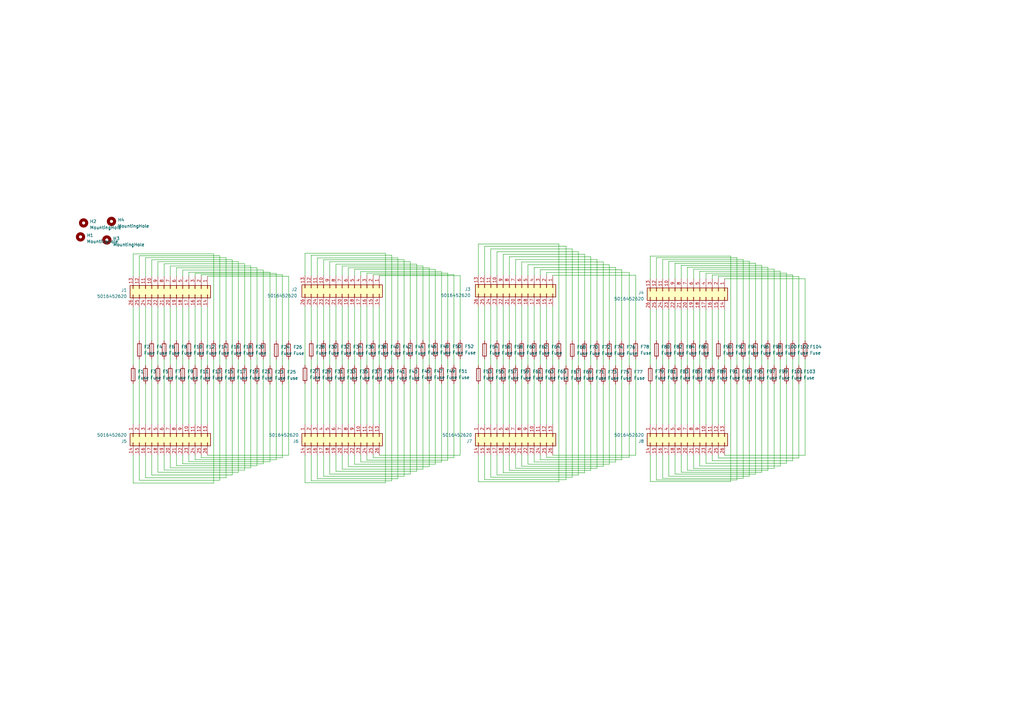
<source format=kicad_sch>
(kicad_sch (version 20230121) (generator eeschema)
  (paper "A3")
  (title_block (title "Cell Tap Fuses PCB") (date "2023-03-23") (rev "0") (company "USC Formula Electric"))
  (wire (pts (xy 320.04 111.252) (xy 320.04 139.7)))
  (wire (pts (xy 325.12 147.32) (xy 325.12 188.976)))
  (wire (pts (xy 247.396 157.607) (xy 247.396 191.262)))
  (wire (pts (xy 249.936 108.585) (xy 216.535 108.585)))
  (wire (pts (xy 150.495 188.722) (xy 150.495 186.69)))
  (wire (pts (xy 247.396 191.262) (xy 213.995 191.262)))
  (wire (pts (xy 97.79 193.675) (xy 64.77 193.675)))
  (wire (pts (xy 327.66 157.48) (xy 327.66 187.833)))
  (wire (pts (xy 232.156 196.723) (xy 198.755 196.723)))
  (wire (pts (xy 266.7 127) (xy 266.7 149.86)))
  (wire (pts (xy 249.936 190.373) (xy 216.535 190.373)))
  (wire (pts (xy 95.25 106.553) (xy 62.23 106.553)))
  (wire (pts (xy 153.035 112.649) (xy 153.035 113.03)))
  (wire (pts (xy 137.795 193.294) (xy 137.795 186.69)))
  (wire (pts (xy 292.1 127) (xy 292.1 149.86)))
  (wire (pts (xy 127.635 186.69) (xy 127.635 197.231)))
  (wire (pts (xy 297.18 157.48) (xy 297.18 173.99)))
  (wire (pts (xy 221.615 125.603) (xy 221.615 149.86)))
  (wire (pts (xy 74.93 110.744) (xy 74.93 113.284)))
  (wire (pts (xy 229.235 100.076) (xy 229.235 139.7)))
  (wire (pts (xy 107.95 110.744) (xy 74.93 110.744)))
  (wire (pts (xy 97.79 147.32) (xy 97.79 193.675)))
  (wire (pts (xy 168.275 107.315) (xy 168.275 139.573)))
  (wire (pts (xy 274.32 147.32) (xy 274.32 173.99)))
  (wire (pts (xy 211.455 157.48) (xy 211.455 173.99)))
  (wire (pts (xy 201.295 195.707) (xy 201.295 186.69)))
  (wire (pts (xy 307.34 107.188) (xy 307.34 149.86)))
  (wire (pts (xy 203.835 147.32) (xy 203.835 173.99)))
  (wire (pts (xy 229.235 197.612) (xy 196.215 197.612)))
  (wire (pts (xy 135.255 194.437) (xy 135.255 186.69)))
  (wire (pts (xy 287.02 157.48) (xy 287.02 173.99)))
  (wire (pts (xy 142.875 191.389) (xy 142.875 186.69)))
  (wire (pts (xy 118.364 186.69) (xy 85.09 186.69)))
  (wire (pts (xy 224.155 125.603) (xy 224.155 139.7)))
  (wire (pts (xy 57.15 104.902) (xy 57.15 113.284)))
  (wire (pts (xy 304.8 106.426) (xy 304.8 139.7)))
  (wire (pts (xy 307.34 195.326) (xy 274.32 195.326)))
  (wire (pts (xy 208.915 105.283) (xy 208.915 112.903)))
  (wire (pts (xy 137.795 147.32) (xy 137.795 173.99)))
  (wire (pts (xy 289.56 189.992) (xy 289.56 186.69)))
  (wire (pts (xy 226.695 157.48) (xy 226.695 173.99)))
  (wire (pts (xy 77.47 125.984) (xy 77.47 139.7)))
  (wire (pts (xy 176.022 157.353) (xy 176.022 191.389)))
  (wire (pts (xy 178.562 147.193) (xy 178.562 190.373)))
  (wire (pts (xy 90.17 104.902) (xy 57.15 104.902)))
  (wire (pts (xy 206.375 157.48) (xy 206.375 173.99)))
  (wire (pts (xy 62.23 106.553) (xy 62.23 113.284)))
  (wire (pts (xy 244.856 106.426) (xy 244.856 139.827)))
  (wire (pts (xy 127.635 104.648) (xy 127.635 113.03)))
  (wire (pts (xy 247.396 107.442) (xy 247.396 149.987)))
  (wire (pts (xy 85.09 125.984) (xy 85.09 149.86)))
  (wire (pts (xy 211.455 192.024) (xy 211.455 186.69)))
  (wire (pts (xy 309.88 147.32) (xy 309.88 194.437)))
  (wire (pts (xy 213.995 147.32) (xy 213.995 173.99)))
  (wire (pts (xy 281.94 109.601) (xy 281.94 114.3)))
  (wire (pts (xy 327.66 113.411) (xy 294.64 113.411)))
  (wire (pts (xy 304.8 196.215) (xy 271.78 196.215)))
  (wire (pts (xy 87.63 198.12) (xy 54.61 198.12)))
  (wire (pts (xy 320.04 147.32) (xy 320.04 191.135)))
  (wire (pts (xy 330.2 147.32) (xy 330.2 186.69)))
  (wire (pts (xy 158.115 197.993) (xy 125.095 197.993)))
  (wire (pts (xy 260.731 112.903) (xy 226.695 112.903)))
  (wire (pts (xy 173.482 192.405) (xy 140.335 192.405)))
  (wire (pts (xy 242.316 105.283) (xy 208.915 105.283)))
  (wire (pts (xy 232.156 157.607) (xy 232.156 196.723)))
  (wire (pts (xy 115.824 112.649) (xy 115.824 149.987)))
  (wire (pts (xy 289.56 127) (xy 289.56 139.7)))
  (wire (pts (xy 181.102 157.353) (xy 181.102 189.484)))
  (wire (pts (xy 137.795 108.331) (xy 137.795 113.03)))
  (wire (pts (xy 142.875 147.32) (xy 142.875 173.99)))
  (wire (pts (xy 127.635 125.73) (xy 127.635 139.7)))
  (wire (pts (xy 304.8 147.32) (xy 304.8 196.215)))
  (wire (pts (xy 82.55 112.649) (xy 82.55 113.284)))
  (wire (pts (xy 64.77 125.984) (xy 64.77 149.86)))
  (wire (pts (xy 299.72 147.32) (xy 299.72 197.485)))
  (wire (pts (xy 147.955 125.73) (xy 147.955 139.7)))
  (wire (pts (xy 158.115 147.32) (xy 158.115 197.993)))
  (wire (pts (xy 234.696 147.447) (xy 234.696 195.707)))
  (wire (pts (xy 160.655 104.648) (xy 127.635 104.648)))
  (wire (pts (xy 158.115 103.886) (xy 125.095 103.886)))
  (wire (pts (xy 118.364 113.284) (xy 118.364 139.827)))
  (wire (pts (xy 57.15 196.977) (xy 57.15 186.69)))
  (wire (pts (xy 312.42 193.675) (xy 279.4 193.675)))
  (wire (pts (xy 186.182 157.353) (xy 186.182 187.706)))
  (wire (pts (xy 219.075 147.32) (xy 219.075 173.99)))
  (wire (pts (xy 314.96 109.601) (xy 314.96 139.7)))
  (wire (pts (xy 196.215 197.612) (xy 196.215 186.69)))
  (wire (pts (xy 87.63 147.32) (xy 87.63 198.12)))
  (wire (pts (xy 183.642 147.193) (xy 183.642 188.722)))
  (wire (pts (xy 110.744 111.633) (xy 110.744 149.987)))
  (wire (pts (xy 170.942 193.294) (xy 137.795 193.294)))
  (wire (pts (xy 203.835 103.251) (xy 203.835 112.903)))
  (wire (pts (xy 237.236 157.607) (xy 237.236 194.818)))
  (wire (pts (xy 201.295 102.108) (xy 201.295 112.903)))
  (wire (pts (xy 77.47 111.633) (xy 77.47 113.284)))
  (wire (pts (xy 170.942 108.331) (xy 137.795 108.331)))
  (wire (pts (xy 274.32 195.326) (xy 274.32 186.69)))
  (wire (pts (xy 322.58 112.014) (xy 289.56 112.014)))
  (wire (pts (xy 125.095 103.886) (xy 125.095 113.03)))
  (wire (pts (xy 135.255 157.48) (xy 135.255 173.99)))
  (wire (pts (xy 294.64 127) (xy 294.64 139.7)))
  (wire (pts (xy 252.476 109.728) (xy 219.075 109.728)))
  (wire (pts (xy 54.61 104.14) (xy 54.61 113.284)))
  (wire (pts (xy 92.71 147.32) (xy 92.71 195.961)))
  (wire (pts (xy 260.731 112.903) (xy 260.731 139.7)))
  (wire (pts (xy 269.24 105.664) (xy 269.24 114.3)))
  (wire (pts (xy 279.4 108.839) (xy 279.4 114.3)))
  (wire (pts (xy 110.744 157.607) (xy 110.744 189.357)))
  (wire (pts (xy 234.696 195.707) (xy 201.295 195.707)))
  (wire (pts (xy 203.835 125.603) (xy 203.835 139.7)))
  (wire (pts (xy 59.69 195.961) (xy 59.69 186.69)))
  (wire (pts (xy 279.4 127) (xy 279.4 139.7)))
  (wire (pts (xy 90.17 104.902) (xy 90.17 149.86)))
  (wire (pts (xy 312.42 157.48) (xy 312.42 193.675)))
  (wire (pts (xy 320.04 111.252) (xy 287.02 111.252)))
  (wire (pts (xy 105.41 109.855) (xy 105.41 149.86)))
  (wire (pts (xy 242.316 157.607) (xy 242.316 192.913)))
  (wire (pts (xy 160.655 157.48) (xy 160.655 197.231)))
  (wire (pts (xy 178.562 110.49) (xy 145.415 110.49)))
  (wire (pts (xy 130.175 105.791) (xy 130.175 113.03)))
  (wire (pts (xy 188.722 186.69) (xy 155.575 186.69)))
  (wire (pts (xy 74.93 157.48) (xy 74.93 173.99)))
  (wire (pts (xy 274.32 127) (xy 274.32 139.7)))
  (wire (pts (xy 145.415 190.373) (xy 145.415 186.69)))
  (wire (pts (xy 211.455 125.603) (xy 211.455 149.86)))
  (wire (pts (xy 247.396 107.442) (xy 213.995 107.442)))
  (wire (pts (xy 208.915 125.603) (xy 208.915 139.7)))
  (wire (pts (xy 302.26 157.48) (xy 302.26 196.85)))
  (wire (pts (xy 287.02 111.252) (xy 287.02 114.3)))
  (wire (pts (xy 294.64 187.833) (xy 294.64 186.69)))
  (wire (pts (xy 113.284 188.595) (xy 80.01 188.595)))
  (wire (pts (xy 97.79 107.315) (xy 64.77 107.315)))
  (wire (pts (xy 160.655 104.648) (xy 160.655 149.86)))
  (wire (pts (xy 284.48 110.363) (xy 284.48 114.3)))
  (wire (pts (xy 244.856 147.447) (xy 244.856 192.024)))
  (wire (pts (xy 97.79 107.315) (xy 97.79 139.7)))
  (wire (pts (xy 276.86 107.95) (xy 276.86 114.3)))
  (wire (pts (xy 165.735 157.48) (xy 165.735 195.326)))
  (wire (pts (xy 92.71 105.664) (xy 59.69 105.664)))
  (wire (pts (xy 69.85 109.093) (xy 69.85 113.284)))
  (wire (pts (xy 279.4 147.32) (xy 279.4 173.99)))
  (wire (pts (xy 100.33 192.786) (xy 67.31 192.786)))
  (wire (pts (xy 95.25 157.48) (xy 95.25 194.818)))
  (wire (pts (xy 309.88 107.95) (xy 276.86 107.95)))
  (wire (pts (xy 276.86 157.48) (xy 276.86 173.99)))
  (wire (pts (xy 163.195 196.342) (xy 130.175 196.342)))
  (wire (pts (xy 213.995 107.442) (xy 213.995 112.903)))
  (wire (pts (xy 168.275 194.437) (xy 135.255 194.437)))
  (wire (pts (xy 118.364 147.447) (xy 118.364 186.69)))
  (wire (pts (xy 237.236 103.251) (xy 237.236 149.987)))
  (wire (pts (xy 330.2 114.3) (xy 297.18 114.3)))
  (wire (pts (xy 59.69 157.48) (xy 59.69 173.99)))
  (wire (pts (xy 153.035 147.32) (xy 153.035 173.99)))
  (wire (pts (xy 72.39 191.008) (xy 72.39 186.69)))
  (wire (pts (xy 255.016 110.617) (xy 255.016 139.827)))
  (wire (pts (xy 100.33 157.48) (xy 100.33 192.786)))
  (wire (pts (xy 176.022 109.855) (xy 176.022 149.733)))
  (wire (pts (xy 62.23 125.984) (xy 62.23 139.7)))
  (wire (pts (xy 252.476 109.728) (xy 252.476 149.987)) (stroke (width -39228.9728)))
  (wire (pts (xy 198.755 100.965) (xy 198.755 112.903)))
  (wire (pts (xy 82.55 187.706) (xy 82.55 186.69)))
  (wire (pts (xy 147.955 147.32) (xy 147.955 173.99)))
  (wire (pts (xy 183.642 112.014) (xy 150.495 112.014)))
  (wire (pts (xy 302.26 105.664) (xy 269.24 105.664)))
  (wire (pts (xy 249.936 108.585) (xy 249.936 139.827)))
  (wire (pts (xy 186.182 112.649) (xy 186.182 149.733)))
  (wire (pts (xy 224.155 187.579) (xy 224.155 186.69)))
  (wire (pts (xy 64.77 107.315) (xy 64.77 113.284)))
  (wire (pts (xy 125.095 157.353) (xy 125.095 173.99)))
  (wire (pts (xy 249.936 147.447) (xy 249.936 190.373)))
  (wire (pts (xy 150.495 125.73) (xy 150.495 149.86)))
  (wire (pts (xy 82.55 125.984) (xy 82.55 139.7)))
  (wire (pts (xy 92.71 195.961) (xy 59.69 195.961)))
  (wire (pts (xy 100.33 108.204) (xy 100.33 149.86)))
  (wire (pts (xy 260.731 147.32) (xy 260.731 186.69)) (stroke (width -39228.9728)))
  (wire (pts (xy 307.34 157.48) (xy 307.34 195.326)))
  (wire (pts (xy 132.715 147.32) (xy 132.715 173.99)))
  (wire (pts (xy 317.5 157.48) (xy 317.5 192.151)))
  (wire (pts (xy 266.7 157.48) (xy 266.7 173.99)))
  (wire (pts (xy 258.064 157.607) (xy 258.064 187.579)))
  (wire (pts (xy 102.87 109.093) (xy 102.87 139.7)))
  (wire (pts (xy 239.776 104.267) (xy 206.375 104.267)))
  (wire (pts (xy 54.61 125.984) (xy 54.61 149.86)))
  (wire (pts (xy 54.61 173.99) (xy 54.61 157.48)))
  (wire (pts (xy 219.075 109.728) (xy 219.075 112.903)))
  (wire (pts (xy 160.655 197.231) (xy 127.635 197.231)))
  (wire (pts (xy 173.482 109.093) (xy 173.482 139.573)))
  (wire (pts (xy 266.7 105.029) (xy 266.7 114.3)))
  (wire (pts (xy 125.095 125.73) (xy 125.095 149.733)))
  (wire (pts (xy 110.744 111.633) (xy 77.47 111.633)))
  (wire (pts (xy 244.856 192.024) (xy 211.455 192.024)))
  (wire (pts (xy 85.09 113.284) (xy 118.364 113.284)))
  (wire (pts (xy 80.01 112.141) (xy 80.01 113.284)))
  (wire (pts (xy 62.23 147.32) (xy 62.23 173.99)))
  (wire (pts (xy 183.642 188.722) (xy 150.495 188.722)))
  (wire (pts (xy 74.93 125.984) (xy 74.93 149.86)))
  (wire (pts (xy 281.94 127) (xy 281.94 149.86)))
  (wire (pts (xy 239.776 104.267) (xy 239.776 139.827)))
  (wire (pts (xy 140.335 157.48) (xy 140.335 173.99)))
  (wire (pts (xy 125.095 186.69) (xy 125.095 197.993)))
  (wire (pts (xy 322.58 112.014) (xy 322.58 149.86)))
  (wire (pts (xy 327.66 113.411) (xy 327.66 149.86)))
  (wire (pts (xy 314.96 147.32) (xy 314.96 192.913)))
  (wire (pts (xy 54.61 198.12) (xy 54.61 186.69)))
  (wire (pts (xy 130.175 157.48) (xy 130.175 173.99)))
  (wire (pts (xy 221.615 110.617) (xy 221.615 112.903)))
  (wire (pts (xy 276.86 194.437) (xy 276.86 186.69)))
  (wire (pts (xy 132.715 195.326) (xy 132.715 186.69)))
  (wire (pts (xy 269.24 127) (xy 269.24 139.7)))
  (wire (pts (xy 232.156 100.965) (xy 232.156 149.987)))
  (wire (pts (xy 62.23 194.818) (xy 62.23 186.69)))
  (wire (pts (xy 150.495 112.014) (xy 150.495 113.03)))
  (wire (pts (xy 260.731 186.69) (xy 226.695 186.69)))
  (wire (pts (xy 258.064 111.76) (xy 224.155 111.76)))
  (wire (pts (xy 59.69 105.664) (xy 59.69 113.284)))
  (wire (pts (xy 102.87 147.32) (xy 102.87 191.897)))
  (wire (pts (xy 252.476 189.484) (xy 219.075 189.484)))
  (wire (pts (xy 317.5 192.151) (xy 284.48 192.151)))
  (wire (pts (xy 135.255 125.73) (xy 135.255 149.86)))
  (wire (pts (xy 77.47 189.357) (xy 77.47 186.69)))
  (wire (pts (xy 269.24 196.85) (xy 269.24 186.69)))
  (wire (pts (xy 102.87 109.093) (xy 69.85 109.093)))
  (wire (pts (xy 77.47 147.32) (xy 77.47 173.99)))
  (wire (pts (xy 178.562 190.373) (xy 145.415 190.373)))
  (wire (pts (xy 266.7 197.485) (xy 266.7 186.69)))
  (wire (pts (xy 271.78 127) (xy 271.78 149.86)))
  (wire (pts (xy 132.715 106.553) (xy 132.715 113.03)))
  (wire (pts (xy 176.022 109.855) (xy 142.875 109.855)))
  (wire (pts (xy 186.182 187.706) (xy 153.035 187.706)))
  (wire (pts (xy 132.715 125.73) (xy 132.715 139.7)))
  (wire (pts (xy 299.72 105.029) (xy 299.72 139.7)))
  (wire (pts (xy 294.64 113.411) (xy 294.64 114.3)))
  (wire (pts (xy 69.85 125.984) (xy 69.85 149.86)))
  (wire (pts (xy 237.236 103.251) (xy 203.835 103.251)))
  (wire (pts (xy 90.17 196.977) (xy 57.15 196.977)))
  (wire (pts (xy 330.2 114.3) (xy 330.2 139.7)))
  (wire (pts (xy 284.48 192.151) (xy 284.48 186.69)))
  (wire (pts (xy 271.78 157.48) (xy 271.78 173.99)))
  (wire (pts (xy 325.12 112.776) (xy 292.1 112.776)))
  (wire (pts (xy 234.696 102.108) (xy 234.696 139.827)))
  (wire (pts (xy 216.535 108.585) (xy 216.535 112.903)))
  (wire (pts (xy 224.155 111.76) (xy 224.155 112.903)))
  (wire (pts (xy 206.375 125.603) (xy 206.375 149.86)))
  (wire (pts (xy 67.31 125.984) (xy 67.31 139.7)))
  (wire (pts (xy 216.535 157.48) (xy 216.535 173.99)))
  (wire (pts (xy 82.55 147.32) (xy 82.55 173.99)))
  (wire (pts (xy 74.93 190.246) (xy 74.93 186.69)))
  (wire (pts (xy 317.5 110.363) (xy 284.48 110.363)))
  (wire (pts (xy 57.15 147.32) (xy 57.15 173.99)))
  (wire (pts (xy 115.824 187.706) (xy 82.55 187.706)))
  (wire (pts (xy 213.995 125.603) (xy 213.995 139.7)))
  (wire (pts (xy 327.66 187.833) (xy 294.64 187.833)))
  (wire (pts (xy 299.72 197.485) (xy 266.7 197.485)))
  (wire (pts (xy 67.31 192.786) (xy 67.31 186.69)))
  (wire (pts (xy 64.77 193.675) (xy 64.77 186.69)))
  (wire (pts (xy 130.175 196.342) (xy 130.175 186.69)))
  (wire (pts (xy 242.316 192.913) (xy 208.915 192.913)))
  (wire (pts (xy 87.63 104.14) (xy 87.63 139.7)))
  (wire (pts (xy 284.48 127) (xy 284.48 139.7)))
  (wire (pts (xy 100.33 108.204) (xy 67.31 108.204)))
  (wire (pts (xy 312.42 108.839) (xy 312.42 149.86)))
  (wire (pts (xy 201.295 125.603) (xy 201.295 149.86)))
  (wire (pts (xy 173.482 109.093) (xy 140.335 109.093)))
  (wire (pts (xy 145.415 125.73) (xy 145.415 149.86)))
  (wire (pts (xy 284.48 147.32) (xy 284.48 173.99)))
  (wire (pts (xy 281.94 192.913) (xy 281.94 186.69)))
  (wire (pts (xy 147.955 111.379) (xy 147.955 113.03)))
  (wire (pts (xy 113.284 112.141) (xy 113.284 139.827)))
  (wire (pts (xy 299.72 105.029) (xy 266.7 105.029)))
  (wire (pts (xy 325.12 112.776) (xy 325.12 139.7)))
  (wire (pts (xy 165.735 195.326) (xy 132.715 195.326)))
  (wire (pts (xy 258.064 187.579) (xy 224.155 187.579)))
  (wire (pts (xy 127.635 147.32) (xy 127.635 173.99)))
  (wire (pts (xy 80.01 125.984) (xy 80.01 149.86)))
  (wire (pts (xy 274.32 107.188) (xy 274.32 114.3)))
  (wire (pts (xy 183.642 112.014) (xy 183.642 139.573)))
  (wire (pts (xy 317.5 110.363) (xy 317.5 149.86)))
  (wire (pts (xy 206.375 104.267) (xy 206.375 112.903)))
  (wire (pts (xy 255.016 110.617) (xy 221.615 110.617)))
  (wire (pts (xy 213.995 191.262) (xy 213.995 186.69)))
  (wire (pts (xy 163.195 105.791) (xy 163.195 139.7)))
  (wire (pts (xy 113.284 147.447) (xy 113.284 188.595)))
  (wire (pts (xy 85.09 157.48) (xy 85.09 173.99)))
  (wire (pts (xy 219.075 125.603) (xy 219.075 139.7)))
  (wire (pts (xy 320.04 191.135) (xy 287.02 191.135)))
  (wire (pts (xy 322.58 189.992) (xy 289.56 189.992)))
  (wire (pts (xy 67.31 108.204) (xy 67.31 113.284)))
  (wire (pts (xy 57.15 125.984) (xy 57.15 139.7)))
  (wire (pts (xy 69.85 191.897) (xy 69.85 186.69)))
  (wire (pts (xy 271.78 106.426) (xy 271.78 114.3)))
  (wire (pts (xy 330.2 186.69) (xy 297.18 186.69)))
  (wire (pts (xy 145.415 157.48) (xy 145.415 173.99)))
  (wire (pts (xy 297.18 127) (xy 297.18 149.86)))
  (wire (pts (xy 72.39 109.855) (xy 72.39 113.284)))
  (wire (pts (xy 216.535 190.373) (xy 216.535 186.69)))
  (wire (pts (xy 188.722 147.193) (xy 188.722 186.69)))
  (wire (pts (xy 271.78 196.215) (xy 271.78 186.69)))
  (wire (pts (xy 140.335 109.093) (xy 140.335 113.03)))
  (wire (pts (xy 211.455 106.426) (xy 211.455 112.903)))
  (wire (pts (xy 229.235 147.32) (xy 229.235 197.612)))
  (wire (pts (xy 67.31 147.32) (xy 67.31 173.99)))
  (wire (pts (xy 221.615 157.48) (xy 221.615 173.99)))
  (wire (pts (xy 142.875 125.73) (xy 142.875 139.7)))
  (wire (pts (xy 289.56 112.014) (xy 289.56 114.3)))
  (wire (pts (xy 142.875 109.855) (xy 142.875 113.03)))
  (wire (pts (xy 281.94 157.48) (xy 281.94 173.99)))
  (wire (pts (xy 181.102 189.484) (xy 147.955 189.484)))
  (wire (pts (xy 309.88 107.95) (xy 309.88 139.7)))
  (wire (pts (xy 173.482 147.193) (xy 173.482 192.405)))
  (wire (pts (xy 170.942 157.353) (xy 170.942 193.294)))
  (wire (pts (xy 147.955 186.69) (xy 147.955 189.484)))
  (wire (pts (xy 239.776 193.929) (xy 206.375 193.929)))
  (wire (pts (xy 137.795 125.73) (xy 137.795 139.7)))
  (wire (pts (xy 90.17 157.48) (xy 90.17 196.977)))
  (wire (pts (xy 188.722 113.03) (xy 188.722 139.573)))
  (wire (pts (xy 304.8 106.426) (xy 271.78 106.426)))
  (wire (pts (xy 208.915 147.32) (xy 208.915 173.99)))
  (wire (pts (xy 276.86 127) (xy 276.86 149.86)))
  (wire (pts (xy 325.12 188.976) (xy 292.1 188.976)))
  (wire (pts (xy 150.495 157.48) (xy 150.495 173.99)))
  (wire (pts (xy 92.71 105.664) (xy 92.71 139.7)))
  (wire (pts (xy 115.824 157.607) (xy 115.824 187.706)))
  (wire (pts (xy 287.02 127) (xy 287.02 149.86)))
  (wire (pts (xy 105.41 109.855) (xy 72.39 109.855)))
  (wire (pts (xy 198.755 147.32) (xy 198.755 173.99)))
  (wire (pts (xy 168.275 147.193) (xy 168.275 194.437)))
  (wire (pts (xy 107.95 190.246) (xy 74.93 190.246)))
  (wire (pts (xy 292.1 112.776) (xy 292.1 114.3)))
  (wire (pts (xy 163.195 105.791) (xy 130.175 105.791)))
  (wire (pts (xy 107.95 110.744) (xy 107.95 139.7)))
  (wire (pts (xy 224.155 147.32) (xy 224.155 173.99)))
  (wire (pts (xy 302.26 105.664) (xy 302.26 149.86)))
  (wire (pts (xy 237.236 194.818) (xy 203.835 194.818)))
  (wire (pts (xy 178.562 110.49) (xy 178.562 139.573)))
  (wire (pts (xy 309.88 194.437) (xy 276.86 194.437)))
  (wire (pts (xy 314.96 192.913) (xy 281.94 192.913)))
  (wire (pts (xy 201.295 157.48) (xy 201.295 173.99)))
  (wire (pts (xy 216.535 125.603) (xy 216.535 149.86)))
  (wire (pts (xy 206.375 193.929) (xy 206.375 186.69)))
  (wire (pts (xy 322.58 157.48) (xy 322.58 189.992)))
  (wire (pts (xy 314.96 109.601) (xy 281.94 109.601)))
  (wire (pts (xy 155.575 125.73) (xy 155.575 149.86)))
  (wire (pts (xy 135.255 107.315) (xy 135.255 113.03)))
  (wire (pts (xy 289.56 147.32) (xy 289.56 173.99)))
  (wire (pts (xy 145.415 110.49) (xy 145.415 113.03)))
  (wire (pts (xy 107.95 147.32) (xy 107.95 190.246)))
  (wire (pts (xy 87.63 104.14) (xy 54.61 104.14)))
  (wire (pts (xy 72.39 125.984) (xy 72.39 139.7)))
  (wire (pts (xy 102.87 191.897) (xy 69.85 191.897)))
  (wire (pts (xy 110.744 189.357) (xy 77.47 189.357)))
  (wire (pts (xy 140.335 125.73) (xy 140.335 149.86)))
  (wire (pts (xy 287.02 191.135) (xy 287.02 186.69)))
  (wire (pts (xy 115.824 112.649) (xy 82.55 112.649)))
  (wire (pts (xy 64.77 157.48) (xy 64.77 173.99)))
  (wire (pts (xy 242.316 105.283) (xy 242.316 149.987)))
  (wire (pts (xy 269.24 147.32) (xy 269.24 173.99)))
  (wire (pts (xy 113.284 112.141) (xy 80.01 112.141)))
  (wire (pts (xy 255.016 188.595) (xy 221.615 188.595)))
  (wire (pts (xy 229.235 100.076) (xy 196.215 100.076)))
  (wire (pts (xy 302.26 196.85) (xy 269.24 196.85)))
  (wire (pts (xy 176.022 191.389) (xy 142.875 191.389)))
  (wire (pts (xy 158.115 103.886) (xy 158.115 139.7)))
  (wire (pts (xy 239.776 147.447) (xy 239.776 193.929)))
  (wire (pts (xy 258.064 111.76) (xy 258.064 149.987)))
  (wire (pts (xy 219.075 189.484) (xy 219.075 186.69)))
  (wire (pts (xy 165.735 106.553) (xy 132.715 106.553)))
  (wire (pts (xy 307.34 107.188) (xy 274.32 107.188)))
  (wire (pts (xy 279.4 193.675) (xy 279.4 186.69)))
  (wire (pts (xy 198.755 196.723) (xy 198.755 186.69)))
  (wire (pts (xy 105.41 157.48) (xy 105.41 191.008)))
  (wire (pts (xy 95.25 194.818) (xy 62.23 194.818)))
  (wire (pts (xy 59.69 125.984) (xy 59.69 149.86)))
  (wire (pts (xy 155.575 113.03) (xy 188.722 113.03)))
  (wire (pts (xy 294.64 147.32) (xy 294.64 173.99)))
  (wire (pts (xy 80.01 157.48) (xy 80.01 173.99)))
  (wire (pts (xy 292.1 188.976) (xy 292.1 186.69)))
  (wire (pts (xy 208.915 192.913) (xy 208.915 186.69)))
  (wire (pts (xy 80.01 188.595) (xy 80.01 186.69)))
  (wire (pts (xy 252.476 157.607) (xy 252.476 189.484)))
  (wire (pts (xy 244.856 106.426) (xy 211.455 106.426)))
  (wire (pts (xy 69.85 157.48) (xy 69.85 173.99)))
  (wire (pts (xy 170.942 108.331) (xy 170.942 149.733)))
  (wire (pts (xy 198.755 125.603) (xy 198.755 139.7)))
  (wire (pts (xy 232.156 100.965) (xy 198.755 100.965)))
  (wire (pts (xy 105.41 191.008) (xy 72.39 191.008)))
  (wire (pts (xy 292.1 173.99) (xy 292.1 157.48)))
  (wire (pts (xy 234.696 102.108) (xy 201.295 102.108)))
  (wire (pts (xy 153.035 187.706) (xy 153.035 186.69)))
  (wire (pts (xy 153.035 125.73) (xy 153.035 139.7)))
  (wire (pts (xy 155.575 157.48) (xy 155.575 173.99)))
  (wire (pts (xy 196.215 125.603) (xy 196.215 149.86)))
  (wire (pts (xy 168.275 107.315) (xy 135.255 107.315)))
  (wire (pts (xy 312.42 108.839) (xy 279.4 108.839)))
  (wire (pts (xy 221.615 188.595) (xy 221.615 186.69)))
  (wire (pts (xy 163.195 147.32) (xy 163.195 196.342)))
  (wire (pts (xy 226.695 125.603) (xy 226.695 149.86)))
  (wire (pts (xy 203.835 194.818) (xy 203.835 186.69)))
  (wire (pts (xy 181.102 111.379) (xy 147.955 111.379)))
  (wire (pts (xy 196.215 157.48) (xy 196.215 173.99)))
  (wire (pts (xy 72.39 147.32) (xy 72.39 173.99)))
  (wire (pts (xy 196.215 100.076) (xy 196.215 112.903)))
  (wire (pts (xy 255.016 147.447) (xy 255.016 188.595)))
  (wire (pts (xy 130.175 125.73) (xy 130.175 149.86)))
  (wire (pts (xy 181.102 111.379) (xy 181.102 149.733)))
  (wire (pts (xy 165.735 106.553) (xy 165.735 149.86)))
  (wire (pts (xy 186.182 112.649) (xy 153.035 112.649)))
  (wire (pts (xy 140.335 192.405) (xy 140.335 186.69)))
  (wire (pts (xy 95.25 106.553) (xy 95.25 149.86)))
  (symbol (lib_id "Device:Fuse") (at 206.375 153.67 0) (unit 1)
    (property "Reference" "F57" (at 208.28 152.4 0) (effects (justify left)))
    (property "Value" "Fuse" (at 208.28 154.94 0) (effects (justify left)))
    (property "Footprint" "BK_PCS:FUSE_BK_PCS" (effects hide))
  )
  (symbol (lib_id "Device:Fuse") (at 322.58 153.67 0) (unit 1)
    (property "Reference" "F101" (at 324.485 152.4 0) (effects (justify left)))
    (property "Value" "Fuse" (at 324.485 154.94 0) (effects (justify left)))
    (property "Footprint" "BK_PCS:FUSE_BK_PCS" (effects hide))
  )
  (symbol (lib_id "Device:Fuse") (at 80.01 153.67 0) (unit 1)
    (property "Reference" "F11" (at 81.915 152.4 0) (effects (justify left)))
    (property "Value" "Fuse" (at 81.915 154.94 0) (effects (justify left)))
    (property "Footprint" "BK_PCS:FUSE_BK_PCS" (effects hide))
  )
  (symbol (lib_id "Device:Fuse") (at 216.535 153.67 0) (unit 1)
    (property "Reference" "F61" (at 218.44 152.4 0) (effects (justify left)))
    (property "Value" "Fuse" (at 218.44 154.94 0) (effects (justify left)))
    (property "Footprint" "BK_PCS:FUSE_BK_PCS" (effects hide))
  )
  (symbol (lib_id "Device:Fuse") (at 229.235 143.51 0) (unit 1)
    (property "Reference" "F66" (effects hide))
    (property "Value" "Fuse" (effects hide))
    (property "Footprint" "BK_PCS:FUSE_BK_PCS" (effects hide))
  )
  (symbol (lib_id "Device:Fuse") (at 107.95 143.51 0) (unit 1)
    (property "Reference" "F22" (effects hide))
    (property "Value" "Fuse" (effects hide))
    (property "Footprint" "BK_PCS:FUSE_BK_PCS" (effects hide))
  )
  (symbol (lib_id "Device:Fuse") (at 118.364 143.637 0) (unit 1)
    (property "Reference" "F26" (at 120.269 142.367 0) (effects (justify left)))
    (property "Value" "Fuse" (at 120.269 144.907 0) (effects (justify left)))
    (property "Footprint" "BK_PCS:FUSE_BK_PCS" (effects hide))
  )
  (symbol (lib_id "Device:Fuse") (at 137.795 143.51 0) (unit 1)
    (property "Reference" "F32" (at 139.7 142.24 0) (effects (justify left)))
    (property "Value" "Fuse" (at 139.7 144.78 0) (effects (justify left)))
    (property "Footprint" "BK_PCS:FUSE_BK_PCS" (effects hide))
  )
  (symbol (lib_id "Device:Fuse") (at 105.41 153.67 0) (unit 1)
    (property "Reference" "F21" (at 107.315 152.4 0) (effects (justify left)))
    (property "Value" "Fuse" (at 107.315 154.94 0) (effects (justify left)))
    (property "Footprint" "BK_PCS:FUSE_BK_PCS" (effects hide))
  )
  (symbol (lib_id "Device:Fuse") (at 237.236 153.797 0) (unit 1)
    (property "Reference" "F69" (at 239.141 152.527 0) (effects (justify left)))
    (property "Value" "Fuse" (at 239.141 155.067 0) (effects (justify left)))
    (property "Footprint" "BK_PCS:FUSE_BK_PCS" (effects hide))
  )
  (symbol (lib_id "Device:Fuse") (at 125.095 153.543 0) (unit 1)
    (property "Reference" "F27" (at 127 152.273 0) (effects (justify left)))
    (property "Value" "Fuse" (at 127 154.813 0) (effects (justify left)))
    (property "Footprint" "BK_PCS:FUSE_BK_PCS" (effects hide))
  )
  (symbol (lib_id "Device:Fuse") (at 170.942 153.543 0) (unit 1)
    (property "Reference" "F45" (at 172.847 152.273 0) (effects (justify left)))
    (property "Value" "Fuse" (at 172.847 154.813 0) (effects (justify left)))
    (property "Footprint" "BK_PCS:FUSE_BK_PCS" (effects hide))
  )
  (symbol (lib_id "Device:Fuse") (at 279.4 143.51 0) (unit 1)
    (property "Reference" "F84" (at 281.305 142.24 0) (effects (justify left)))
    (property "Value" "Fuse" (at 281.305 144.78 0) (effects (justify left)))
    (property "Footprint" "BK_PCS:FUSE_BK_PCS" (effects hide))
  )
  (symbol (lib_id "Device:Fuse") (at 309.88 143.51 0) (unit 1)
    (property "Reference" "F96" (at 311.785 142.24 0) (effects (justify left)))
    (property "Value" "Fuse" (at 311.785 144.78 0) (effects (justify left)))
    (property "Footprint" "BK_PCS:FUSE_BK_PCS" (effects hide))
  )
  (symbol (lib_id "Device:Fuse") (at 82.55 143.51 0) (unit 1)
    (property "Reference" "F12" (at 84.455 142.24 0) (effects (justify left)))
    (property "Value" "Fuse" (at 84.455 144.78 0) (effects (justify left)))
    (property "Footprint" "BK_PCS:FUSE_BK_PCS" (effects hide))
  )
  (symbol (lib_id "Device:Fuse") (at 297.18 153.67 0) (unit 1)
    (property "Reference" "F91" (at 299.085 152.4 0) (effects (justify left)))
    (property "Value" "Fuse" (at 299.085 154.94 0) (effects (justify left)))
    (property "Footprint" "BK_PCS:FUSE_BK_PCS" (effects hide))
  )
  (symbol (lib_id "Connector_Generic:Conn_02x13_Top_Bottom") (at 140.335 118.11 270) (unit 1)
    (property "Reference" "J2" (at 121.92 118.745 90) (effects (justify right)))
    (property "Value" "5016452620" (at 121.92 121.285 90) (effects (justify right)))
    (property "Footprint" "Connector_Molex:CON_5016452620_MOL" (effects hide))
  )
  (symbol (lib_id "Device:Fuse") (at 173.482 143.383 0) (unit 1)
    (property "Reference" "F46" (at 175.387 142.113 0) (effects (justify left)))
    (property "Value" "Fuse" (at 175.387 144.653 0) (effects (justify left)))
    (property "Footprint" "BK_PCS:FUSE_BK_PCS" (effects hide))
  )
  (symbol (lib_id "Device:Fuse") (at 59.69 153.67 0) (unit 1)
    (property "Reference" "F3" (at 61.595 152.4 0) (effects (justify left)))
    (property "Value" "Fuse" (at 61.595 154.94 0) (effects (justify left)))
    (property "Footprint" "BK_PCS:FUSE_BK_PCS" (effects hide))
  )
  (symbol (lib_id "Device:Fuse") (at 258.064 153.797 0) (unit 1)
    (property "Reference" "F77" (at 259.969 152.527 0) (effects (justify left)))
    (property "Value" "Fuse" (at 259.969 155.067 0) (effects (justify left)))
    (property "Footprint" "BK_PCS:FUSE_BK_PCS" (effects hide))
  )
  (symbol (lib_id "Device:Fuse") (at 287.02 153.67 0) (unit 1)
    (property "Reference" "F87" (at 288.925 152.4 0) (effects (justify left)))
    (property "Value" "Fuse" (at 288.925 154.94 0) (effects (justify left)))
    (property "Footprint" "BK_PCS:FUSE_BK_PCS" (effects hide))
  )
  (symbol (lib_id "Device:Fuse") (at 255.016 143.637 0) (unit 1)
    (property "Reference" "F76" (at 256.921 142.367 0) (effects (justify left)))
    (property "Value" "Fuse" (at 256.921 144.907 0) (effects (justify left)))
    (property "Footprint" "BK_PCS:FUSE_BK_PCS" (effects hide))
  )
  (symbol (lib_id "Device:Fuse") (at 284.48 143.51 0) (unit 1)
    (property "Reference" "F86" (at 286.385 142.24 0) (effects (justify left)))
    (property "Value" "Fuse" (at 286.385 144.78 0) (effects (justify left)))
    (property "Footprint" "BK_PCS:FUSE_BK_PCS" (effects hide))
  )
  (symbol (lib_id "Device:Fuse") (at 294.64 143.51 0) (unit 1)
    (property "Reference" "F90" (at 296.545 142.24 0) (effects (justify left)))
    (property "Value" "Fuse" (at 296.545 144.78 0) (effects (justify left)))
    (property "Footprint" "BK_PCS:FUSE_BK_PCS" (effects hide))
  )
  (symbol (lib_id "Device:Fuse") (at 67.31 143.51 0) (unit 1)
    (property "Reference" "F6" (at 69.215 142.24 0) (effects (justify left)))
    (property "Value" "Fuse" (at 69.215 144.78 0) (effects (justify left)))
    (property "Footprint" "BK_PCS:FUSE_BK_PCS" (effects hide))
  )
  (symbol (lib_id "Device:Fuse") (at 266.7 153.67 0) (unit 1)
    (property "Reference" "F79" (at 268.605 152.4 0) (effects (justify left)))
    (property "Value" "Fuse" (at 268.605 154.94 0) (effects (justify left)))
    (property "Footprint" "BK_PCS:FUSE_BK_PCS" (effects hide))
  )
  (symbol (lib_id "Device:Fuse") (at 226.695 153.67 0) (unit 1)
    (property "Reference" "F65" (at 228.6 152.4 0) (effects (justify left)))
    (property "Value" "Fuse" (at 228.6 154.94 0) (effects (justify left)))
    (property "Footprint" "BK_PCS:FUSE_BK_PCS" (effects hide))
  )
  (symbol (lib_id "Device:Fuse") (at 247.396 153.797 0) (unit 1)
    (property "Reference" "F73" (at 249.301 152.527 0) (effects (justify left)))
    (property "Value" "Fuse" (at 249.301 155.067 0) (effects (justify left)))
    (property "Footprint" "BK_PCS:FUSE_BK_PCS" (effects hide))
  )
  (symbol (lib_id "Device:Fuse") (at 57.15 143.51 0) (unit 1)
    (property "Reference" "F2" (at 59.055 142.24 0) (effects (justify left)))
    (property "Value" "Fuse" (at 59.055 144.78 0) (effects (justify left)))
    (property "Footprint" "BK_PCS:FUSE_BK_PCS" (effects hide))
  )
  (symbol (lib_id "Device:Fuse") (at 100.33 153.67 0) (unit 1)
    (property "Reference" "F19" (at 102.235 152.4 0) (effects (justify left)))
    (property "Value" "Fuse" (at 102.235 154.94 0) (effects (justify left)))
    (property "Footprint" "BK_PCS:FUSE_BK_PCS" (effects hide))
  )
  (symbol (lib_id "Device:Fuse") (at 302.26 153.67 0) (unit 1)
    (property "Reference" "F93" (at 304.165 152.4 0) (effects (justify left)))
    (property "Value" "Fuse" (at 304.165 154.94 0) (effects (justify left)))
    (property "Footprint" "BK_PCS:FUSE_BK_PCS" (effects hide))
  )
  (symbol (lib_id "Device:Fuse") (at 64.77 153.67 0) (unit 1)
    (property "Reference" "F5" (at 66.675 152.4 0) (effects (justify left)))
    (property "Value" "Fuse" (at 66.675 154.94 0) (effects (justify left)))
    (property "Footprint" "BK_PCS:FUSE_BK_PCS" (effects hide))
  )
  (symbol (lib_id "Device:Fuse") (at 115.824 153.797 0) (unit 1)
    (property "Reference" "F25" (at 117.729 152.527 0) (effects (justify left)))
    (property "Value" "Fuse" (at 117.729 155.067 0) (effects (justify left)))
    (property "Footprint" "BK_PCS:FUSE_BK_PCS" (effects hide))
  )
  (symbol (lib_id "Connector_Generic:Conn_02x13_Top_Bottom") (at 211.455 117.983 270) (unit 1)
    (property "Reference" "J3" (at 193.04 118.618 90) (effects (justify right)))
    (property "Value" "5016452620" (at 193.04 121.158 90) (effects (justify right)))
    (property "Footprint" "Connector_Molex:CON_5016452620_MOL" (effects hide))
  )
  (symbol (lib_id "Device:Fuse") (at 211.455 153.67 0) (unit 1)
    (property "Reference" "F59" (at 213.36 152.4 0) (effects (justify left)))
    (property "Value" "Fuse" (at 213.36 154.94 0) (effects (justify left)))
    (property "Footprint" "BK_PCS:FUSE_BK_PCS" (effects hide))
  )
  (symbol (lib_id "Device:Fuse") (at 92.71 143.51 0) (unit 1)
    (property "Reference" "F16" (at 94.615 142.24 0) (effects (justify left)))
    (property "Value" "Fuse" (at 94.615 144.78 0) (effects (justify left)))
    (property "Footprint" "BK_PCS:FUSE_BK_PCS" (effects hide))
  )
  (symbol (lib_id "Device:Fuse") (at 183.642 143.383 0) (unit 1)
    (property "Reference" "F50" (at 185.547 142.113 0) (effects (justify left)))
    (property "Value" "Fuse" (at 185.547 144.653 0) (effects (justify left)))
    (property "Footprint" "BK_PCS:FUSE_BK_PCS" (effects hide))
  )
  (symbol (lib_id "Device:Fuse") (at 252.476 153.797 0) (unit 1)
    (property "Reference" "F75" (at 254.381 152.527 0) (effects (justify left)))
    (property "Value" "Fuse" (at 254.381 155.067 0) (effects (justify left)))
    (property "Footprint" "BK_PCS:FUSE_BK_PCS" (effects hide))
  )
  (symbol (lib_id "Device:Fuse") (at 196.215 153.67 0) (unit 1)
    (property "Reference" "F53" (at 198.12 152.4 0) (effects (justify left)))
    (property "Value" "Fuse" (at 198.12 154.94 0) (effects (justify left)))
    (property "Footprint" "BK_PCS:FUSE_BK_PCS" (effects hide))
  )
  (symbol (lib_id "Device:Fuse") (at 178.562 143.383 0) (unit 1)
    (property "Reference" "F48" (at 180.467 142.113 0) (effects (justify left)))
    (property "Value" "Fuse" (at 180.467 144.653 0) (effects (justify left)))
    (property "Footprint" "BK_PCS:FUSE_BK_PCS" (effects hide))
  )
  (symbol (lib_id "Device:Fuse") (at 289.56 143.51 0) (unit 1)
    (property "Reference" "F88" (effects hide))
    (property "Value" "Fuse" (effects hide))
    (property "Footprint" "BK_PCS:FUSE_BK_PCS" (effects hide))
  )
  (symbol (lib_id "Device:Fuse") (at 232.156 153.797 0) (unit 1)
    (property "Reference" "F67" (at 234.061 152.527 0) (effects (justify left)))
    (property "Value" "Fuse" (at 234.061 155.067 0) (effects (justify left)))
    (property "Footprint" "BK_PCS:FUSE_BK_PCS" (effects hide))
  )
  (symbol (lib_id "Device:Fuse") (at 299.72 143.51 0) (unit 1)
    (property "Reference" "F92" (at 301.625 142.24 0) (effects (justify left)))
    (property "Value" "Fuse" (at 301.625 144.78 0) (effects (justify left)))
    (property "Footprint" "BK_PCS:FUSE_BK_PCS" (effects hide))
  )
  (symbol (lib_id "Device:Fuse") (at 271.78 153.67 0) (unit 1)
    (property "Reference" "F81" (at 273.685 152.4 0) (effects (justify left)))
    (property "Value" "Fuse" (at 273.685 154.94 0) (effects (justify left)))
    (property "Footprint" "BK_PCS:FUSE_BK_PCS" (effects hide))
  )
  (symbol (lib_id "Device:Fuse") (at 176.022 153.543 0) (unit 1)
    (property "Reference" "F47" (at 177.927 152.273 0) (effects (justify left)))
    (property "Value" "Fuse" (at 177.927 154.813 0) (effects (justify left)))
    (property "Footprint" "BK_PCS:FUSE_BK_PCS" (effects hide))
  )
  (symbol (lib_id "Connector_Generic:Conn_02x13_Top_Bottom") (at 69.85 179.07 90) (mirror x) (unit 1)
    (property "Reference" "J5" (at 52.07 180.975 90) (effects (justify left)))
    (property "Value" "5016452620" (at 52.07 178.435 90) (effects (justify left)))
    (property "Footprint" "Connector_Molex:CON_5016452620_MOL" (effects hide))
  )
  (symbol (lib_id "Device:Fuse") (at 317.5 153.67 0) (unit 1)
    (property "Reference" "F99" (at 319.405 152.4 0) (effects (justify left)))
    (property "Value" "Fuse" (at 319.405 154.94 0) (effects (justify left)))
    (property "Footprint" "BK_PCS:FUSE_BK_PCS" (effects hide))
  )
  (symbol (lib_id "Device:Fuse") (at 249.936 143.637 0) (unit 1)
    (property "Reference" "F74" (at 251.841 142.367 0) (effects (justify left)))
    (property "Value" "Fuse" (at 251.841 144.907 0) (effects (justify left)))
    (property "Footprint" "BK_PCS:FUSE_BK_PCS" (effects hide))
  )
  (symbol (lib_id "Device:Fuse") (at 145.415 153.67 0) (unit 1)
    (property "Reference" "F35" (at 147.32 152.4 0) (effects (justify left)))
    (property "Value" "Fuse" (at 147.32 154.94 0) (effects (justify left)))
    (property "Footprint" "BK_PCS:FUSE_BK_PCS" (effects hide))
  )
  (symbol (lib_id "Connector_Generic:Conn_02x13_Top_Bottom") (at 140.335 179.07 90) (mirror x) (unit 1)
    (property "Reference" "J6" (at 122.555 180.975 90) (effects (justify left)))
    (property "Value" "5016452620" (at 122.555 178.435 90) (effects (justify left)))
    (property "Footprint" "Connector_Molex:CON_5016452620_MOL" (effects hide))
  )
  (symbol (lib_id "Connector_Generic:Conn_02x13_Top_Bottom") (at 69.85 118.364 270) (unit 1)
    (property "Reference" "J1" (at 52.07 118.999 90) (effects (justify right)))
    (property "Value" "5016452620" (at 52.07 121.539 90) (effects (justify right)))
    (property "Footprint" "Connector_Molex:CON_5016452620_MOL" (effects hide))
  )
  (symbol (lib_id "Device:Fuse") (at 201.295 153.67 0) (unit 1)
    (property "Reference" "F55" (at 203.2 152.4 0) (effects (justify left)))
    (property "Value" "Fuse" (at 203.2 154.94 0) (effects (justify left)))
    (property "Footprint" "BK_PCS:FUSE_BK_PCS" (effects hide))
  )
  (symbol (lib_id "Device:Fuse") (at 90.17 153.67 0) (unit 1)
    (property "Reference" "F15" (at 92.075 152.4 0) (effects (justify left)))
    (property "Value" "Fuse" (at 92.075 154.94 0) (effects (justify left)))
    (property "Footprint" "BK_PCS:FUSE_BK_PCS" (effects hide))
  )
  (symbol (lib_id "Device:Fuse") (at 69.85 153.67 0) (unit 1)
    (property "Reference" "F7" (at 71.755 152.4 0) (effects (justify left)))
    (property "Value" "Fuse" (at 71.755 154.94 0) (effects (justify left)))
    (property "Footprint" "BK_PCS:FUSE_BK_PCS" (effects hide))
  )
  (symbol (lib_id "Device:Fuse") (at 150.495 153.67 0) (unit 1)
    (property "Reference" "F37" (at 152.4 152.4 0) (effects (justify left)))
    (property "Value" "Fuse" (at 152.4 154.94 0) (effects (justify left)))
    (property "Footprint" "BK_PCS:FUSE_BK_PCS" (effects hide))
  )
  (symbol (lib_id "Device:Fuse") (at 147.955 143.51 0) (unit 1)
    (property "Reference" "F36" (at 149.86 142.24 0) (effects (justify left)))
    (property "Value" "Fuse" (at 149.86 144.78 0) (effects (justify left)))
    (property "Footprint" "BK_PCS:FUSE_BK_PCS" (effects hide))
  )
  (symbol (lib_id "Device:Fuse") (at 186.182 153.543 0) (unit 1)
    (property "Reference" "F51" (at 188.087 152.273 0) (effects (justify left)))
    (property "Value" "Fuse" (at 188.087 154.813 0) (effects (justify left)))
    (property "Footprint" "BK_PCS:FUSE_BK_PCS" (effects hide))
  )
  (symbol (lib_id "Device:Fuse") (at 327.66 153.67 0) (unit 1)
    (property "Reference" "F103" (at 329.565 152.4 0) (effects (justify left)))
    (property "Value" "Fuse" (at 329.565 154.94 0) (effects (justify left)))
    (property "Footprint" "BK_PCS:FUSE_BK_PCS" (effects hide))
  )
  (symbol (lib_id "Device:Fuse") (at 181.102 153.543 0) (unit 1)
    (property "Reference" "F49" (at 183.007 152.273 0) (effects (justify left)))
    (property "Value" "Fuse" (at 183.007 154.813 0) (effects (justify left)))
    (property "Footprint" "BK_PCS:FUSE_BK_PCS" (effects hide))
  )
  (symbol (lib_id "Device:Fuse") (at 304.8 143.51 0) (unit 1)
    (property "Reference" "F94" (at 306.705 142.24 0) (effects (justify left)))
    (property "Value" "Fuse" (at 306.705 144.78 0) (effects (justify left)))
    (property "Footprint" "BK_PCS:FUSE_BK_PCS" (effects hide))
  )
  (symbol (lib_id "Device:Fuse") (at 95.25 153.67 0) (unit 1)
    (property "Reference" "F17" (at 97.155 152.4 0) (effects (justify left)))
    (property "Value" "Fuse" (at 97.155 154.94 0) (effects (justify left)))
    (property "Footprint" "BK_PCS:FUSE_BK_PCS" (effects hide))
  )
  (symbol (lib_id "Device:Fuse") (at 142.875 143.51 0) (unit 1)
    (property "Reference" "F34" (at 144.78 142.24 0) (effects (justify left)))
    (property "Value" "Fuse" (at 144.78 144.78 0) (effects (justify left)))
    (property "Footprint" "BK_PCS:FUSE_BK_PCS" (effects hide))
  )
  (symbol (lib_id "Device:Fuse") (at 102.87 143.51 0) (unit 1)
    (property "Reference" "F20" (at 104.775 142.24 0) (effects (justify left)))
    (property "Value" "Fuse" (at 104.775 144.78 0) (effects (justify left)))
    (property "Footprint" "BK_PCS:FUSE_BK_PCS" (effects hide))
  )
  (symbol (lib_id "Device:Fuse") (at 269.24 143.51 0) (unit 1)
    (property "Reference" "F80" (at 271.145 142.24 0) (effects (justify left)))
    (property "Value" "Fuse" (at 271.145 144.78 0) (effects (justify left)))
    (property "Footprint" "BK_PCS:FUSE_BK_PCS" (effects hide))
  )
  (symbol (lib_id "Connector_Generic:Conn_02x13_Top_Bottom") (at 281.94 179.07 90) (mirror x) (unit 1)
    (property "Reference" "J8" (at 264.16 180.975 90) (effects (justify left)))
    (property "Value" "5016452620" (at 264.16 178.435 90) (effects (justify left)))
    (property "Footprint" "Connector_Molex:CON_5016452620_MOL" (effects hide))
  )
  (symbol (lib_id "Mechanical:MountingHole") (at 45.72 90.805 0) (unit 1)
    (property "Reference" "H4" (at 48.26 90.17 0) (effects (justify left)))
    (property "Value" "MountingHole" (at 48.26 92.71 0) (effects (justify left)))
  )
  (symbol (lib_id "Device:Fuse") (at 158.115 143.51 0) (unit 1)
    (property "Reference" "F40" (at 160.02 142.24 0) (effects (justify left)))
    (property "Value" "Fuse" (at 160.02 144.78 0) (effects (justify left)))
    (property "Footprint" "BK_PCS:FUSE_BK_PCS" (effects hide))
  )
  (symbol (lib_id "Device:Fuse") (at 77.47 143.51 0) (unit 1)
    (property "Reference" "F10" (at 79.375 142.24 0) (effects (justify left)))
    (property "Value" "Fuse" (at 79.375 144.78 0) (effects (justify left)))
    (property "Footprint" "BK_PCS:FUSE_BK_PCS" (effects hide))
  )
  (symbol (lib_id "Device:Fuse") (at 160.655 153.67 0) (unit 1)
    (property "Reference" "F41" (at 162.56 152.4 0) (effects (justify left)))
    (property "Value" "Fuse" (at 162.56 154.94 0) (effects (justify left)))
    (property "Footprint" "BK_PCS:FUSE_BK_PCS" (effects hide))
  )
  (symbol (lib_id "Device:Fuse") (at 163.195 143.51 0) (unit 1)
    (property "Reference" "F42" (at 165.1 142.24 0) (effects (justify left)))
    (property "Value" "Fuse" (at 165.1 144.78 0) (effects (justify left)))
    (property "Footprint" "BK_PCS:FUSE_BK_PCS" (effects hide))
  )
  (symbol (lib_id "Connector_Generic:Conn_02x13_Top_Bottom") (at 281.94 119.38 270) (unit 1)
    (property "Reference" "J4" (at 264.16 120.015 90) (effects (justify right)))
    (property "Value" "5016452620" (at 264.16 122.555 90) (effects (justify right)))
    (property "Footprint" "Connector_Molex:CON_5016452620_MOL" (effects hide))
  )
  (symbol (lib_id "Device:Fuse") (at 188.722 143.383 0) (unit 1)
    (property "Reference" "F52" (at 190.627 142.113 0) (effects (justify left)))
    (property "Value" "Fuse" (at 190.627 144.653 0) (effects (justify left)))
    (property "Footprint" "BK_PCS:FUSE_BK_PCS" (effects hide))
  )
  (symbol (lib_id "Device:Fuse") (at 307.34 153.67 0) (unit 1)
    (property "Reference" "F95" (at 309.245 152.4 0) (effects (justify left)))
    (property "Value" "Fuse" (at 309.245 154.94 0) (effects (justify left)))
    (property "Footprint" "BK_PCS:FUSE_BK_PCS" (effects hide))
  )
  (symbol (lib_id "Device:Fuse") (at 325.12 143.51 0) (unit 1)
    (property "Reference" "F102" (at 327.025 142.24 0) (effects (justify left)))
    (property "Value" "Fuse" (at 327.025 144.78 0) (effects (justify left)))
    (property "Footprint" "BK_PCS:FUSE_BK_PCS" (effects hide))
  )
  (symbol (lib_id "Device:Fuse") (at 85.09 153.67 0) (unit 1)
    (property "Reference" "F13" (at 86.995 152.4 0) (effects (justify left)))
    (property "Value" "Fuse" (at 86.995 154.94 0) (effects (justify left)))
    (property "Footprint" "BK_PCS:FUSE_BK_PCS" (effects hide))
  )
  (symbol (lib_id "Device:Fuse") (at 135.255 153.67 0) (unit 1)
    (property "Reference" "F31" (at 137.16 152.4 0) (effects (justify left)))
    (property "Value" "Fuse" (at 137.16 154.94 0) (effects (justify left)))
    (property "Footprint" "BK_PCS:FUSE_BK_PCS" (effects hide))
  )
  (symbol (lib_id "Device:Fuse") (at 221.615 153.67 0) (unit 1)
    (property "Reference" "F63" (at 223.52 152.4 0) (effects (justify left)))
    (property "Value" "Fuse" (at 223.52 154.94 0) (effects (justify left)))
    (property "Footprint" "BK_PCS:FUSE_BK_PCS" (effects hide))
  )
  (symbol (lib_id "Device:Fuse") (at 113.284 143.637 0) (unit 1)
    (property "Reference" "F24" (at 115.189 142.367 0) (effects (justify left)))
    (property "Value" "Fuse" (at 115.189 144.907 0) (effects (justify left)))
    (property "Footprint" "BK_PCS:FUSE_BK_PCS" (effects hide))
  )
  (symbol (lib_id "Device:Fuse") (at 132.715 143.51 0) (unit 1)
    (property "Reference" "F30" (at 134.62 142.24 0) (effects (justify left)))
    (property "Value" "Fuse" (at 134.62 144.78 0) (effects (justify left)))
    (property "Footprint" "BK_PCS:FUSE_BK_PCS" (effects hide))
  )
  (symbol (lib_id "Device:Fuse") (at 54.61 153.67 0) (unit 1)
    (property "Reference" "F1" (at 56.515 152.4 0) (effects (justify left)))
    (property "Value" "Fuse" (at 56.515 154.94 0) (effects (justify left)))
    (property "Footprint" "BK_PCS:FUSE_BK_PCS" (effects hide))
  )
  (symbol (lib_id "Device:Fuse") (at 87.63 143.51 0) (unit 1)
    (property "Reference" "F14" (at 89.535 142.24 0) (effects (justify left)))
    (property "Value" "Fuse" (at 89.535 144.78 0) (effects (justify left)))
    (property "Footprint" "BK_PCS:FUSE_BK_PCS" (effects hide))
  )
  (symbol (lib_id "Device:Fuse") (at 203.835 143.51 0) (unit 1)
    (property "Reference" "F56" (at 205.74 142.24 0) (effects (justify left)))
    (property "Value" "Fuse" (at 205.74 144.78 0) (effects (justify left)))
    (property "Footprint" "BK_PCS:FUSE_BK_PCS" (effects hide))
  )
  (symbol (lib_id "Mechanical:MountingHole") (at 43.815 98.425 0) (unit 1)
    (property "Reference" "H3" (at 46.355 97.79 0) (effects (justify left)))
    (property "Value" "MountingHole" (at 46.355 100.33 0) (effects (justify left)))
  )
  (symbol (lib_id "Mechanical:MountingHole") (at 34.29 91.44 0) (unit 1)
    (property "Reference" "H2" (at 36.83 90.805 0) (effects (justify left)))
    (property "Value" "MountingHole" (at 36.83 93.345 0) (effects (justify left)))
  )
  (symbol (lib_id "Device:Fuse") (at 219.075 143.51 0) (unit 1)
    (property "Reference" "F62" (at 220.98 142.24 0) (effects (justify left)))
    (property "Value" "Fuse" (at 220.98 144.78 0) (effects (justify left)))
    (property "Footprint" "BK_PCS:FUSE_BK_PCS" (effects hide))
  )
  (symbol (lib_id "Device:Fuse") (at 244.856 143.637 0) (unit 1)
    (property "Reference" "F72" (at 246.761 142.367 0) (effects (justify left)))
    (property "Value" "Fuse" (at 246.761 144.907 0) (effects (justify left)))
    (property "Footprint" "BK_PCS:FUSE_BK_PCS" (effects hide))
  )
  (symbol (lib_id "Mechanical:MountingHole") (at 33.02 97.155 0) (unit 1)
    (property "Reference" "H1" (at 35.56 96.52 0) (effects (justify left)))
    (property "Value" "MountingHole" (at 35.56 99.06 0) (effects (justify left)))
  )
  (symbol (lib_id "Device:Fuse") (at 198.755 143.51 0) (unit 1)
    (property "Reference" "F54" (at 200.66 142.24 0) (effects (justify left)))
    (property "Value" "Fuse" (at 200.66 144.78 0) (effects (justify left)))
    (property "Footprint" "BK_PCS:FUSE_BK_PCS" (effects hide))
  )
  (symbol (lib_id "Device:Fuse") (at 330.2 143.51 0) (unit 1)
    (property "Reference" "F104" (at 332.105 142.24 0) (effects (justify left)))
    (property "Value" "Fuse" (at 332.105 144.78 0) (effects (justify left)))
    (property "Footprint" "BK_PCS:FUSE_BK_PCS" (effects hide))
  )
  (symbol (lib_id "Device:Fuse") (at 314.96 143.51 0) (unit 1)
    (property "Reference" "F98" (at 316.865 142.24 0) (effects (justify left)))
    (property "Value" "Fuse" (at 316.865 144.78 0) (effects (justify left)))
    (property "Footprint" "BK_PCS:FUSE_BK_PCS" (effects hide))
  )
  (symbol (lib_id "Device:Fuse") (at 74.93 153.67 0) (unit 1)
    (property "Reference" "F9" (at 76.835 152.4 0) (effects (justify left)))
    (property "Value" "Fuse" (at 76.835 154.94 0) (effects (justify left)))
    (property "Footprint" "BK_PCS:FUSE_BK_PCS" (effects hide))
  )
  (symbol (lib_id "Device:Fuse") (at 213.995 143.51 0) (unit 1)
    (property "Reference" "F60" (at 215.9 142.24 0) (effects (justify left)))
    (property "Value" "Fuse" (at 215.9 144.78 0) (effects (justify left)))
    (property "Footprint" "BK_PCS:FUSE_BK_PCS" (effects hide))
  )
  (symbol (lib_id "Device:Fuse") (at 130.175 153.67 0) (unit 1)
    (property "Reference" "F29" (at 132.08 152.4 0) (effects (justify left)))
    (property "Value" "Fuse" (at 132.08 154.94 0) (effects (justify left)))
    (property "Footprint" "BK_PCS:FUSE_BK_PCS" (effects hide))
  )
  (symbol (lib_id "Device:Fuse") (at 320.04 143.51 0) (unit 1)
    (property "Reference" "F100" (at 321.945 142.24 0) (effects (justify left)))
    (property "Value" "Fuse" (at 321.945 144.78 0) (effects (justify left)))
    (property "Footprint" "BK_PCS:FUSE_BK_PCS" (effects hide))
  )
  (symbol (lib_id "Connector_Generic:Conn_02x13_Top_Bottom") (at 211.455 179.07 90) (mirror x) (unit 1)
    (property "Reference" "J7" (at 193.675 180.975 90) (effects (justify left)))
    (property "Value" "5016452620" (at 193.675 178.435 90) (effects (justify left)))
    (property "Footprint" "Connector_Molex:CON_5016452620_MOL" (effects hide))
  )
  (symbol (lib_id "Device:Fuse") (at 276.86 153.67 0) (unit 1)
    (property "Reference" "F83" (at 278.765 152.4 0) (effects (justify left)))
    (property "Value" "Fuse" (at 278.765 154.94 0) (effects (justify left)))
    (property "Footprint" "BK_PCS:FUSE_BK_PCS" (effects hide))
  )
  (symbol (lib_id "Device:Fuse") (at 208.915 143.51 0) (unit 1)
    (property "Reference" "F58" (at 210.82 142.24 0) (effects (justify left)))
    (property "Value" "Fuse" (at 210.82 144.78 0) (effects (justify left)))
    (property "Footprint" "BK_PCS:FUSE_BK_PCS" (effects hide))
  )
  (symbol (lib_id "Device:Fuse") (at 234.696 143.637 0) (unit 1)
    (property "Reference" "F68" (at 236.601 142.367 0) (effects (justify left)))
    (property "Value" "Fuse" (at 236.601 144.907 0) (effects (justify left)))
    (property "Footprint" "BK_PCS:FUSE_BK_PCS" (effects hide))
  )
  (symbol (lib_id "Device:Fuse") (at 312.42 153.67 0) (unit 1)
    (property "Reference" "F97" (at 314.325 152.4 0) (effects (justify left)))
    (property "Value" "Fuse" (at 314.325 154.94 0) (effects (justify left)))
    (property "Footprint" "BK_PCS:FUSE_BK_PCS" (effects hide))
  )
  (symbol (lib_id "Device:Fuse") (at 274.32 143.51 0) (unit 1)
    (property "Reference" "F82" (at 276.225 142.24 0) (effects (justify left)))
    (property "Value" "Fuse" (at 276.225 144.78 0) (effects (justify left)))
    (property "Footprint" "BK_PCS:FUSE_BK_PCS" (effects hide))
  )
  (symbol (lib_id "Device:Fuse") (at 110.744 153.797 0) (unit 1)
    (property "Reference" "F23" (at 112.649 152.527 0) (effects (justify left)))
    (property "Value" "Fuse" (at 112.649 155.067 0) (effects (justify left)))
    (property "Footprint" "BK_PCS:FUSE_BK_PCS" (effects hide))
  )
  (symbol (lib_id "Device:Fuse") (at 153.035 143.51 0) (unit 1)
    (property "Reference" "F38" (at 154.94 142.24 0) (effects (justify left)))
    (property "Value" "Fuse" (at 154.94 144.78 0) (effects (justify left)))
    (property "Footprint" "BK_PCS:FUSE_BK_PCS" (effects hide))
  )
  (symbol (lib_id "Device:Fuse") (at 97.79 143.51 0) (unit 1)
    (property "Reference" "F18" (at 99.695 142.24 0) (effects (justify left)))
    (property "Value" "Fuse" (at 99.695 144.78 0) (effects (justify left)))
    (property "Footprint" "BK_PCS:FUSE_BK_PCS" (effects hide))
  )
  (symbol (lib_id "Device:Fuse") (at 292.1 153.67 0) (unit 1)
    (property "Reference" "F89" (at 294.005 152.4 0) (effects (justify left)))
    (property "Value" "Fuse" (at 294.005 154.94 0) (effects (justify left)))
    (property "Footprint" "BK_PCS:FUSE_BK_PCS" (effects hide))
  )
  (symbol (lib_id "Device:Fuse") (at 224.155 143.51 0) (unit 1)
    (property "Reference" "F64" (at 226.06 142.24 0) (effects (justify left)))
    (property "Value" "Fuse" (at 226.06 144.78 0) (effects (justify left)))
    (property "Footprint" "BK_PCS:FUSE_BK_PCS" (effects hide))
  )
  (symbol (lib_id "Device:Fuse") (at 260.731 143.51 0) (unit 1)
    (property "Reference" "F78" (at 262.636 142.24 0) (effects (justify left)))
    (property "Value" "Fuse" (at 262.636 144.78 0) (effects (justify left)))
    (property "Footprint" "BK_PCS:FUSE_BK_PCS" (effects hide))
  )
  (symbol (lib_id "Device:Fuse") (at 281.94 153.67 0) (unit 1)
    (property "Reference" "F85" (at 283.845 152.4 0) (effects (justify left)))
    (property "Value" "Fuse" (at 283.845 154.94 0) (effects (justify left)))
    (property "Footprint" "BK_PCS:FUSE_BK_PCS" (effects hide))
  )
  (symbol (lib_id "Device:Fuse") (at 62.23 143.51 0) (unit 1)
    (property "Reference" "F4" (at 64.135 142.24 0) (effects (justify left)))
    (property "Value" "Fuse" (at 64.135 144.78 0) (effects (justify left)))
    (property "Footprint" "BK_PCS:FUSE_BK_PCS" (effects hide))
  )
  (symbol (lib_id "Device:Fuse") (at 242.316 153.797 0) (unit 1)
    (property "Reference" "F71" (at 244.221 152.527 0) (effects (justify left)))
    (property "Value" "Fuse" (at 244.221 155.067 0) (effects (justify left)))
    (property "Footprint" "BK_PCS:FUSE_BK_PCS" (effects hide))
  )
  (symbol (lib_id "Device:Fuse") (at 165.735 153.67 0) (unit 1)
    (property "Reference" "F43" (at 167.64 152.4 0) (effects (justify left)))
    (property "Value" "Fuse" (at 167.64 154.94 0) (effects (justify left)))
    (property "Footprint" "BK_PCS:FUSE_BK_PCS" (effects hide))
  )
  (symbol (lib_id "Device:Fuse") (at 168.275 143.383 0) (unit 1)
    (property "Reference" "F44" (at 170.18 142.24 0) (effects (justify left)))
    (property "Value" "Fuse" (at 170.18 144.78 0) (effects (justify left)))
    (property "Footprint" "BK_PCS:FUSE_BK_PCS" (effects hide))
  )
  (symbol (lib_id "Device:Fuse") (at 239.776 143.637 0) (unit 1)
    (property "Reference" "F70" (at 241.681 142.367 0) (effects (justify left)))
    (property "Value" "Fuse" (at 241.681 144.907 0) (effects (justify left)))
    (property "Footprint" "BK_PCS:FUSE_BK_PCS" (effects hide))
  )
  (symbol (lib_id "Device:Fuse") (at 155.575 153.67 0) (unit 1)
    (property "Reference" "F39" (at 157.48 152.4 0) (effects (justify left)))
    (property "Value" "Fuse" (at 157.48 154.94 0) (effects (justify left)))
    (property "Footprint" "BK_PCS:FUSE_BK_PCS" (effects hide))
  )
  (symbol (lib_id "Device:Fuse") (at 127.635 143.51 0) (unit 1)
    (property "Reference" "F28" (at 129.54 142.24 0) (effects (justify left)))
    (property "Value" "Fuse" (at 129.54 144.78 0) (effects (justify left)))
    (property "Footprint" "BK_PCS:FUSE_BK_PCS" (effects hide))
  )
  (symbol (lib_id "Device:Fuse") (at 72.39 143.51 0) (unit 1)
    (property "Reference" "F8" (at 74.295 142.24 0) (effects (justify left)))
    (property "Value" "Fuse" (at 74.295 144.78 0) (effects (justify left)))
    (property "Footprint" "BK_PCS:FUSE_BK_PCS" (effects hide))
  )
  (symbol (lib_id "Device:Fuse") (at 140.335 153.67 0) (unit 1)
    (property "Reference" "F33" (at 142.24 152.4 0) (effects (justify left)))
    (property "Value" "Fuse" (at 142.24 154.94 0) (effects (justify left)))
    (property "Footprint" "BK_PCS:FUSE_BK_PCS" (effects hide))
  )
)
</source>
